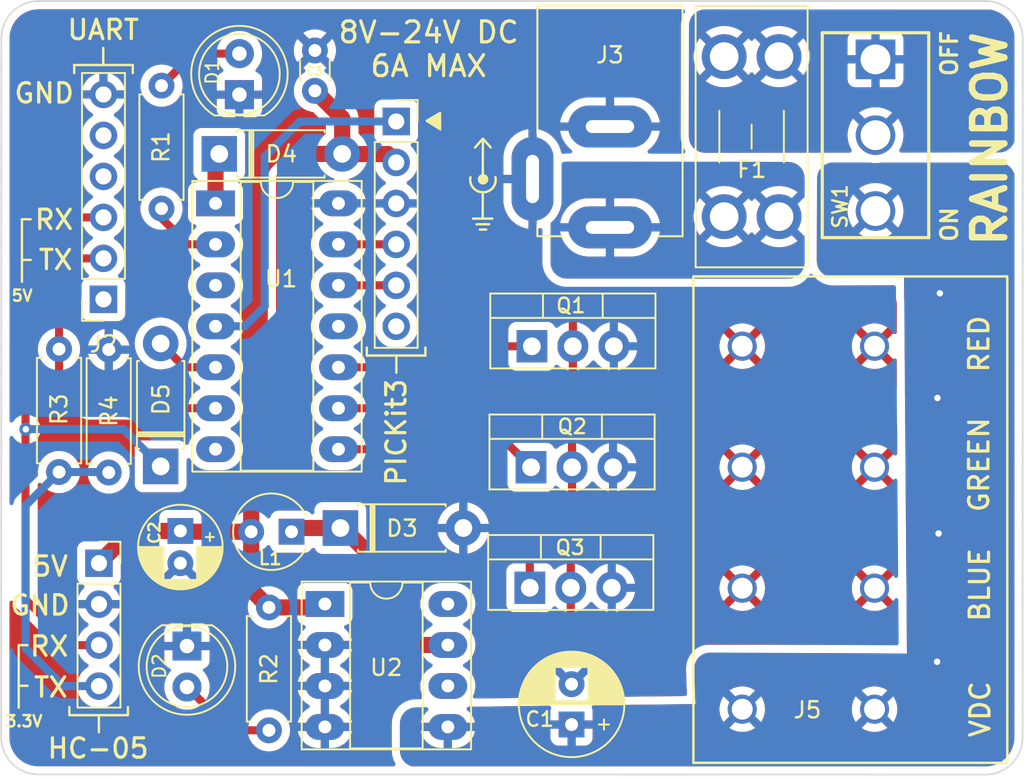
<source format=kicad_pcb>
(kicad_pcb (version 20211014) (generator pcbnew)
  (layers (0 "F.Cu" signal) (31 "B.Cu" signal) (34 "B.Paste" user) (35 "F.Paste" user) (36 "B.SilkS" user "B.Silkscreen") (37 "F.SilkS" user "F.Silkscreen") (38 "B.Mask" user) (39 "F.Mask" user) (44 "Edge.Cuts" user))
  (net 0 "")
  (net 1 "GNDREF")
  (net 2 "Net-(D1-Pad2)")
  (net 3 "+5V")
  (net 4 "ISCPDAT")
  (net 5 "ISCPCLK")
  (net 7 "VDC")
  (net 8 "TX")
  (net 9 "RX")
  (net 12 "RED")
  (net 13 "GREEN")
  (net 14 "BLUE")
  (net 15 "LED")
  (net 19 "Net-(F1-Pad1)")
  (net 20 "Net-(D2-Pad2)")
  (net 21 "Net-(D3-Pad1)")
  (net 23 "Net-(J4-Pad4)")
  (net 26 "Net-(F1-Pad2)")
  (net 27 "Net-(J5-Pad7)")
  (net 28 "Net-(J5-Pad3)")
  (net 29 "Net-(J5-Pad5)")
  (net 30 "MCLR")
  (net 31 "Net-(U1-Pad1)")
  (net 32 "Net-(U1-Pad5)")
  (footprint "Capacitor_THT:CP_Radial_D5.0mm_P2.00mm" (layer "F.Cu") (at 123.03 96.2 -90)
    (fp_text reference "C2" (at 0.115113 1.61 90) (layer "F.SilkS") (effects (font (size 0.7 0.7))))
    (fp_text value "220uF")
    (pad "1" thru_hole rect (at 0 0 270) (size 1.6 1.6) (drill 0.8) (layers *.Cu *.Mask) (net 3 "+5V"))
    (pad "2" thru_hole circle (at 2 0 270) (size 1.6 1.6) (drill 0.8) (layers *.Cu *.Mask) (net 1 "GNDREF"))
  )
  (footprint "Capacitor_THT:CP_Radial_Tantal_D4.5mm_P2.50mm" (layer "F.Cu") (at 129.92 96.25 180)
    (fp_text reference "L1" (at 1.32 -1.65 180) (layer "F.SilkS") (effects (font (size 0.8 0.8))))
    (fp_text value "100uH")
    (pad "1" thru_hole rect (at 0 0 180) (size 1.6 1.6) (drill 0.8) (layers *.Cu *.Mask) (net 21 "Net-(D3-Pad1)"))
    (pad "2" thru_hole circle (at 2.5 0 180) (size 1.6 1.6) (drill 0.8) (layers *.Cu *.Mask) (net 3 "+5V"))
  )
  (footprint "Fuse:Fuseholder_Blade_Mini_Keystone_3568" (layer "F.Cu") (at 156.74 76.72 90)
    (fp_text reference "F1" (at 2.92 1.71 180) (layer "F.SilkS"))
    (fp_text value "FUSE")
    (pad "1" thru_hole circle (at 0 0 90) (size 2.78 2.78) (drill 1.78) (layers *.Cu *.Mask) (net 19 "Net-(F1-Pad1)"))
    (pad "1" thru_hole circle (at 0 3.4 90) (size 2.78 2.78) (drill 1.78) (layers *.Cu *.Mask) (net 19 "Net-(F1-Pad1)"))
    (pad "2" thru_hole circle (at 9.92 3.4 90) (size 2.78 2.78) (drill 1.78) (layers *.Cu *.Mask) (net 26 "Net-(F1-Pad2)"))
    (pad "2" thru_hole circle (at 9.92 0 90) (size 2.78 2.78) (drill 1.78) (layers *.Cu *.Mask) (net 26 "Net-(F1-Pad2)"))
  )
  (footprint "CK_Switch:CK_Switch" (layer "F.Cu") (at 166.12 71.67)
    (fp_text reference "SW1" (at -2.2 4.42 270) (layer "F.SilkS") (effects (font (size 0.9 0.9))))
    (fp_text value "SWITCH")
    (pad "1" thru_hole rect (at 0 -4.7) (size 2.45 2.45) (drill 1.85) (layers *.Cu *.Mask) (net 26 "Net-(F1-Pad2)"))
    (pad "2" thru_hole circle (at 0 0) (size 2.45 2.45) (drill 1.85) (layers *.Cu *.Mask) (net 26 "Net-(F1-Pad2)"))
    (pad "3" thru_hole circle (at 0 4.7) (size 2.45 2.45) (drill 1.85) (layers *.Cu *.Mask) (net 7 "VDC"))
  )
  (footprint "Capacitor_THT:C_Disc_D3.0mm_W1.6mm_P2.50mm" (layer "F.Cu") (at 131.37 68.92 90)
    (fp_text reference "C3" (at 1.22 -0.03) (layer "F.SilkS") (effects (font (size 0.5 0.5) (thickness 0.1))))
    (fp_text value "0.1uF")
    (pad "1" thru_hole circle (at 0 0 90) (size 1.6 1.6) (drill 0.8) (layers *.Cu *.Mask) (net 3 "+5V"))
    (pad "2" thru_hole circle (at 2.5 0 90) (size 1.6 1.6) (drill 0.8) (layers *.Cu *.Mask) (net 1 "GNDREF"))
  )
  (footprint "Resistor_THT:R_Axial_DIN0207_L6.3mm_D2.5mm_P7.62mm_Horizontal" (layer "F.Cu") (at 118.59 92.58 90)
    (fp_text reference "R4" (at 3.81 0.02 90) (layer "F.SilkS"))
    (fp_text value "2K")
    (pad "1" thru_hole circle (at 0 0 90) (size 1.6 1.6) (drill 0.8) (layers *.Cu *.Mask) (net 23 "Net-(J4-Pad4)"))
    (pad "2" thru_hole oval (at 7.62 0 90) (size 1.6 1.6) (drill 0.8) (layers *.Cu *.Mask) (net 1 "GNDREF"))
  )
  (footprint "Rainbow:Wago" (layer "F.Cu") (at 157.8588 107.249999 90)
    (fp_text reference "J5" (at -0.050001 4.0412 unlocked) (layer "F.SilkS"))
    (fp_text value "RGB")
    (pad "1" thru_hole circle (at 0 0 90) (size 1.8034 1.8034) (drill 1.2954) (layers *.Cu *.Mask) (net 7 "VDC"))
    (pad "2" thru_hole circle (at 0 8.199999 90) (size 1.8034 1.8034) (drill 1.2954) (layers *.Cu *.Mask) (net 7 "VDC"))
    (pad "3" thru_hole circle (at 7.5 0 90) (size 1.8034 1.8034) (drill 1.2954) (layers *.Cu *.Mask) (net 28 "Net-(J5-Pad3)"))
    (pad "4" thru_hole circle (at 7.5 8.199999 90) (size 1.8034 1.8034) (drill 1.2954) (layers *.Cu *.Mask) (net 28 "Net-(J5-Pad3)"))
    (pad "5" thru_hole circle (at 15 0 90) (size 1.8034 1.8034) (drill 1.2954) (layers *.Cu *.Mask) (net 29 "Net-(J5-Pad5)"))
    (pad "6" thru_hole circle (at 15 8.199999 90) (size 1.8034 1.8034) (drill 1.2954) (layers *.Cu *.Mask) (net 29 "Net-(J5-Pad5)"))
    (pad "7" thru_hole circle (at 22.5 0 90) (size 1.8034 1.8034) (drill 1.2954) (layers *.Cu *.Mask) (net 27 "Net-(J5-Pad7)"))
    (pad "8" thru_hole circle (at 22.5 8.199999 90) (size 1.8034 1.8034) (drill 1.2954) (layers *.Cu *.Mask) (net 27 "Net-(J5-Pad7)"))
  )
  (footprint "Package_TO_SOT_THT:TO-220-3_Vertical" (layer "F.Cu") (at 144.77 92.255)
    (fp_text reference "Q2" (at 2.55 -2.525) (layer "F.SilkS") (effects (font (size 0.9 0.9))))
    (fp_text value "Q_NMOS_GDS")
    (pad "1" thru_hole rect (at 0 0) (size 1.905 2) (drill 1.1) (layers *.Cu *.Mask) (net 13 "GREEN"))
    (pad "2" thru_hole oval (at 2.54 0) (size 1.905 2) (drill 1.1) (layers *.Cu *.Mask) (net 29 "Net-(J5-Pad5)"))
    (pad "3" thru_hole oval (at 5.08 0) (size 1.905 2) (drill 1.1) (layers *.Cu *.Mask) (net 1 "GNDREF"))
  )
  (footprint "Connector_PinSocket_2.54mm:PinSocket_1x06_P2.54mm_Vertical" (layer "F.Cu") (at 136.41 70.82)
    (fp_text reference "J1" hide)
    (fp_text value "PICKit3")
    (pad "1" thru_hole rect (at 0 0) (size 1.7 1.7) (drill 1) (layers *.Cu *.Mask) (net 30 "MCLR"))
    (pad "2" thru_hole oval (at 0 2.54) (size 1.7 1.7) (drill 1) (layers *.Cu *.Mask) (net 3 "+5V"))
    (pad "3" thru_hole oval (at 0 5.08) (size 1.7 1.7) (drill 1) (layers *.Cu *.Mask) (net 1 "GNDREF"))
    (pad "4" thru_hole oval (at 0 7.62) (size 1.7 1.7) (drill 1) (layers *.Cu *.Mask) (net 4 "ISCPDAT"))
    (pad "5" thru_hole oval (at 0 10.16) (size 1.7 1.7) (drill 1) (layers *.Cu *.Mask) (net 5 "ISCPCLK"))
    (pad "6" thru_hole oval (at 0 12.7) (size 1.7 1.7) (drill 1) (layers *.Cu *.Mask))
  )
  (footprint "Connector_PinSocket_2.54mm:PinSocket_1x04_P2.54mm_Vertical" (layer "F.Cu") (at 117.985 98.2)
    (fp_text reference "J4" hide)
    (fp_text value "HC-05")
    (pad "1" thru_hole rect (at 0 0) (size 1.7 1.7) (drill 1) (layers *.Cu *.Mask) (net 3 "+5V"))
    (pad "2" thru_hole oval (at 0 2.54) (size 1.7 1.7) (drill 1) (layers *.Cu *.Mask) (net 1 "GNDREF"))
    (pad "3" thru_hole oval (at 0 5.08) (size 1.7 1.7) (drill 1) (layers *.Cu *.Mask) (net 9 "RX"))
    (pad "4" thru_hole oval (at 0 7.62) (size 1.7 1.7) (drill 1) (layers *.Cu *.Mask) (net 23 "Net-(J4-Pad4)"))
  )
  (footprint "LED_THT:LED_D5.0mm" (layer "F.Cu") (at 123.44 103.335 -90)
    (fp_text reference "D2" (at 1.245 1.71 90) (layer "F.SilkS") (effects (font (size 0.8 0.8) (thickness 0.125))))
    (fp_text value "LED")
    (pad "1" thru_hole rect (at 0 0 270) (size 1.8 1.8) (drill 0.9) (layers *.Cu *.Mask) (net 1 "GNDREF"))
    (pad "2" thru_hole circle (at 2.54 0 270) (size 1.8 1.8) (drill 0.9) (layers *.Cu *.Mask) (net 20 "Net-(D2-Pad2)"))
  )
  (footprint "Connector_PinSocket_2.54mm:PinSocket_1x06_P2.54mm_Vertical" (layer "F.Cu") (at 118.26344 81.845 180)
    (fp_text reference "J2" (at 0 -2.77 180) (layer "F.SilkS"))
    (fp_text value "UART")
    (pad "1" thru_hole rect (at 0 0 180) (size 1.7 1.7) (drill 1) (layers *.Cu *.Mask))
    (pad "2" thru_hole oval (at 0 2.54 180) (size 1.7 1.7) (drill 1) (layers *.Cu *.Mask) (net 8 "TX"))
    (pad "3" thru_hole oval (at 0 5.08 180) (size 1.7 1.7) (drill 1) (layers *.Cu *.Mask) (net 9 "RX"))
    (pad "4" thru_hole oval (at 0 7.62 180) (size 1.7 1.7) (drill 1) (layers *.Cu *.Mask))
    (pad "5" thru_hole oval (at 0 10.16 180) (size 1.7 1.7) (drill 1) (layers *.Cu *.Mask))
    (pad "6" thru_hole oval (at 0 12.7 180) (size 1.7 1.7) (drill 1) (layers *.Cu *.Mask) (net 1 "GNDREF"))
  )
  (footprint "LED_THT:LED_D5.0mm" (layer "F.Cu") (at 126.69 69.155 90)
    (fp_text reference "D1" (at 1.405 -1.68 90) (layer "F.SilkS") (effects (font (size 0.8 0.8) (thickness 0.125))))
    (fp_text value "LED")
    (pad "1" thru_hole rect (at 0 0 90) (size 1.8 1.8) (drill 0.9) (layers *.Cu *.Mask) (net 1 "GNDREF"))
    (pad "2" thru_hole circle (at 2.54 0 90) (size 1.8 1.8) (drill 0.9) (layers *.Cu *.Mask) (net 2 "Net-(D1-Pad2)"))
  )
  (footprint "Resistor_THT:R_Axial_DIN0207_L6.3mm_D2.5mm_P7.62mm_Horizontal" (layer "F.Cu") (at 128.52 100.94 -90)
    (fp_text reference "R2" (at 3.82 0 90) (layer "F.SilkS"))
    (fp_text value "270R")
    (pad "1" thru_hole circle (at 0 0 270) (size 1.6 1.6) (drill 0.8) (layers *.Cu *.Mask) (net 3 "+5V"))
    (pad "2" thru_hole oval (at 7.62 0 270) (size 1.6 1.6) (drill 0.8) (layers *.Cu *.Mask) (net 20 "Net-(D2-Pad2)"))
  )
  (footprint "Package_TO_SOT_THT:TO-220-3_Vertical" (layer "F.Cu") (at 144.69 99.725)
    (fp_text reference "Q3" (at 2.5 -2.5) (layer "F.SilkS") (effects (font (size 0.9 0.9))))
    (fp_text value "Q_NMOS_GDS")
    (pad "1" thru_hole rect (at 0 0) (size 1.905 2) (drill 1.1) (layers *.Cu *.Mask) (net 14 "BLUE"))
    (pad "2" thru_hole oval (at 2.54 0) (size 1.905 2) (drill 1.1) (layers *.Cu *.Mask) (net 28 "Net-(J5-Pad3)"))
    (pad "3" thru_hole oval (at 5.08 0) (size 1.905 2) (drill 1.1) (layers *.Cu *.Mask) (net 1 "GNDREF"))
  )
  (footprint "Capacitor_THT:CP_Radial_D6.3mm_P2.50mm" (layer "F.Cu") (at 147.28 108.20238 90)
    (fp_text reference "C1" (at 0.33238 -1.98) (layer "F.SilkS") (effects (font (size 0.9 0.9))))
    (fp_text value "47uF")
    (pad "1" thru_hole rect (at 0 0 90) (size 1.6 1.6) (drill 0.8) (layers *.Cu *.Mask) (net 7 "VDC"))
    (pad "2" thru_hole circle (at 2.5 0 90) (size 1.6 1.6) (drill 0.8) (layers *.Cu *.Mask) (net 1 "GNDREF"))
  )
  (footprint "Resistor_THT:R_Axial_DIN0207_L6.3mm_D2.5mm_P7.62mm_Horizontal" (layer "F.Cu") (at 121.86 76.22 90)
    (fp_text reference "R1" (at 3.81 -0.025 90) (layer "F.SilkS"))
    (fp_text value "270R")
    (pad "1" thru_hole circle (at 0 0 90) (size 1.6 1.6) (drill 0.8) (layers *.Cu *.Mask) (net 15 "LED"))
    (pad "2" thru_hole oval (at 7.62 0 90) (size 1.6 1.6) (drill 0.8) (layers *.Cu *.Mask) (net 2 "Net-(D1-Pad2)"))
  )
  (footprint "Diode_THT:D_DO-41_SOD81_P7.62mm_Horizontal" (layer "F.Cu") (at 132.95 96.02)
    (fp_text reference "D3" (at 3.82 0.02) (layer "F.SilkS"))
    (fp_text value "1N5819")
    (pad "1" thru_hole rect (at 0 0) (size 2.2 2.2) (drill 1.1) (layers *.Cu *.Mask) (net 21 "Net-(D3-Pad1)"))
    (pad "2" thru_hole oval (at 7.62 0) (size 2.2 2.2) (drill 1.1) (layers *.Cu *.Mask) (net 1 "GNDREF"))
  )
  (footprint "Resistor_THT:R_Axial_DIN0207_L6.3mm_D2.5mm_P7.62mm_Horizontal" (layer "F.Cu") (at 115.51 84.93 -90)
    (fp_text reference "R3" (at 3.73 0 90) (layer "F.SilkS"))
    (fp_text value "1K")
    (pad "1" thru_hole circle (at 0 0 270) (size 1.6 1.6) (drill 0.8) (layers *.Cu *.Mask) (net 8 "TX"))
    (pad "2" thru_hole oval (at 7.62 0 270) (size 1.6 1.6) (drill 0.8) (layers *.Cu *.Mask) (net 23 "Net-(J4-Pad4)"))
  )
  (footprint "Package_DIP:DIP-14_W7.62mm_Socket_LongPads" (layer "F.Cu") (at 125.21 75.895)
    (fp_text reference "U1" (at 4.06 4.685) (layer "F.SilkS"))
    (fp_text value "PIC16F15325")
    (pad "1" thru_hole rect (at 0 0) (size 2.4 1.6) (drill 0.8) (layers *.Cu *.Mask) (net 31 "Net-(U1-Pad1)"))
    (pad "2" thru_hole oval (at 0 2.54) (size 2.4 1.6) (drill 0.8) (layers *.Cu *.Mask) (net 15 "LED"))
    (pad "3" thru_hole oval (at 0 5.08) (size 2.4 1.6) (drill 0.8) (layers *.Cu *.Mask))
    (pad "4" thru_hole oval (at 0 7.62) (size 2.4 1.6) (drill 0.8) (layers *.Cu *.Mask) (net 30 "MCLR"))
    (pad "5" thru_hole oval (at 0 10.16) (size 2.4 1.6) (drill 0.8) (layers *.Cu *.Mask) (net 32 "Net-(U1-Pad5)"))
    (pad "6" thru_hole oval (at 0 12.7) (size 2.4 1.6) (drill 0.8) (layers *.Cu *.Mask) (net 8 "TX"))
    (pad "7" thru_hole oval (at 0 15.24) (size 2.4 1.6) (drill 0.8) (layers *.Cu *.Mask))
    (pad "8" thru_hole oval (at 7.62 15.24) (size 2.4 1.6) (drill 0.8) (layers *.Cu *.Mask) (net 14 "BLUE"))
    (pad "9" thru_hole oval (at 7.62 12.7) (size 2.4 1.6) (drill 0.8) (layers *.Cu *.Mask) (net 13 "GREEN"))
    (pad "10" thru_hole oval (at 7.62 10.16) (size 2.4 1.6) (drill 0.8) (layers *.Cu *.Mask) (net 12 "RED"))
    (pad "11" thru_hole oval (at 7.62 7.62) (size 2.4 1.6) (drill 0.8) (layers *.Cu *.Mask))
    (pad "12" thru_hole oval (at 7.62 5.08) (size 2.4 1.6) (drill 0.8) (layers *.Cu *.Mask) (net 5 "ISCPCLK"))
    (pad "13" thru_hole oval (at 7.62 2.54) (size 2.4 1.6) (drill 0.8) (layers *.Cu *.Mask) (net 4 "ISCPDAT"))
    (pad "14" thru_hole oval (at 7.62 0) (size 2.4 1.6) (drill 0.8) (layers *.Cu *.Mask) (net 1 "GNDREF"))
  )
  (footprint "Rainbow:Barrel_Jack" (layer "F.Cu") (at 149.66 63.635 -90)
    (fp_text reference "J3" (at 3.065 0 180) (layer "F.SilkS"))
    (fp_text value "BARREL_JACK")
    (pad "1" thru_hole oval (at 13.75 0 270) (size 2.6 5.2) (drill oval 0.8 3) (layers *.Cu *.Mask) (net 19 "Net-(F1-Pad1)"))
    (pad "2" thru_hole oval (at 7.5 0 270) (size 2.6 5.2) (drill oval 0.8 3) (layers *.Cu *.Mask) (net 1 "GNDREF"))
    (pad "3" thru_hole oval (at 10.75 4.8 270) (size 5.2 2.6) (drill oval 3 0.8) (layers *.Cu *.Mask) (net 1 "GNDREF"))
  )
  (footprint "Diode_THT:D_DO-41_SOD81_P7.62mm_Horizontal" (layer "F.Cu") (at 125.44 72.83)
    (fp_text reference "D4" (at 3.85 0.01) (layer "F.SilkS"))
    (fp_text value "1N5819")
    (pad "1" thru_hole rect (at 0 0) (size 2.2 2.2) (drill 1.1) (layers *.Cu *.Mask) (net 31 "Net-(U1-Pad1)"))
    (pad "2" thru_hole oval (at 7.62 0) (size 2.2 2.2) (drill 1.1) (layers *.Cu *.Mask) (net 3 "+5V"))
  )
  (footprint "Package_TO_SOT_THT:TO-220-3_Vertical" (layer "F.Cu") (at 144.82 84.755)
    (fp_text reference "Q1" (at 2.415 -2.52) (layer "F.SilkS") (effects (font (size 0.9 0.9))))
    (fp_text value "Q_NMOS_GDS")
    (pad "1" thru_hole rect (at 0 0) (size 1.905 2) (drill 1.1) (layers *.Cu *.Mask) (net 12 "RED"))
    (pad "2" thru_hole oval (at 2.54 0) (size 1.905 2) (drill 1.1) (layers *.Cu *.Mask) (net 27 "Net-(J5-Pad7)"))
    (pad "3" thru_hole oval (at 5.08 0) (size 1.905 2) (drill 1.1) (layers *.Cu *.Mask) (net 1 "GNDREF"))
  )
  (footprint "Package_DIP:DIP-8_W7.62mm_Socket_LongPads" (layer "F.Cu") (at 131.99 100.73)
    (fp_text reference "U2" (at 3.8 3.94) (layer "F.SilkS"))
    (fp_text value "MIC4574-5.0YN")
    (pad "1" thru_hole rect (at 0 0) (size 2.4 1.6) (drill 0.8) (layers *.Cu *.Mask) (net 3 "+5V"))
    (pad "2" thru_hole oval (at 0 2.54) (size 2.4 1.6) (drill 0.8) (layers *.Cu *.Mask) (net 1 "GNDREF"))
    (pad "3" thru_hole oval (at 0 5.08) (size 2.4 1.6) (drill 0.8) (layers *.Cu *.Mask) (net 1 "GNDREF"))
    (pad "4" thru_hole oval (at 0 7.62) (size 2.4 1.6) (drill 0.8) (layers *.Cu *.Mask) (net 1 "GNDREF"))
    (pad "5" thru_hole oval (at 7.62 7.62) (size 2.4 1.6) (drill 0.8) (layers *.Cu *.Mask) (net 7 "VDC"))
    (pad "6" thru_hole oval (at 7.62 5.08) (size 2.4 1.6) (drill 0.8) (layers *.Cu *.Mask))
    (pad "7" thru_hole oval (at 7.62 2.54) (size 2.4 1.6) (drill 0.8) (layers *.Cu *.Mask) (net 21 "Net-(D3-Pad1)"))
    (pad "8" thru_hole oval (at 7.62 0) (size 2.4 1.6) (drill 0.8) (layers *.Cu *.Mask))
  )
  (footprint "Diode_THT:D_DO-41_SOD81_P7.62mm_Horizontal" (layer "F.Cu") (at 121.81 92.2 90)
    (fp_text reference "D5" (at 4.15 0.02 90) (layer "F.SilkS"))
    (fp_text value "1N5819")
    (pad "1" thru_hole rect (at 0 0 90) (size 2.2 2.2) (drill 1.1) (layers *.Cu *.Mask) (net 9 "RX"))
    (pad "2" thru_hole oval (at 7.62 0 90) (size 2.2 2.2) (drill 1.1) (layers *.Cu *.Mask) (net 32 "Net-(U1-Pad5)"))
  )
  (gr_line (start 141.168687 76.840556) (end 142.371313 76.839445) (layer "F.SilkS") (width 0.15))
  (gr_line (start 120.07 67.32) (end 118.26 67.32) (layer "F.SilkS") (width 0.15))
  (gr_line (start 141.392235 77.189723) (end 142.170391 77.189445) (layer "F.SilkS") (width 0.15))
  (gr_line (start 113.555 105.8) (end 113.02 105.8) (layer "F.SilkS") (width 0.15))
  (gr_line (start 116.16 107.62) (end 117.97 107.62) (layer "F.SilkS") (width 0.15))
  (gr_arc (start 142.56 74.27) (mid 142.40321 74.920468) (end 141.8 75.21) (layer "F.SilkS") (width 0.15))
  (gr_arc (start 141.775934 75.204747) (mid 141.175109 74.922818) (end 141.01 74.28) (layer "F.SilkS") (width 0.15))
  (gr_line (start 116.45 67.32) (end 116.45 67.82) (layer "F.SilkS") (width 0.15))
  (gr_line (start 141.782361 71.9) (end 141.775934 74.404747) (layer "F.SilkS") (width 0.15))
  (gr_line (start 113.75 76.88) (end 113.21 76.88) (layer "F.SilkS") (width 0.15))
  (gr_line (start 113.55 103.28) (end 113.01 103.28) (layer "F.SilkS") (width 0.15))
  (gr_line (start 141.775934 75.204747) (end 141.77 76.84) (layer "F.SilkS") (width 0.15))
  (gr_line (start 118.25 67.32) (end 118.25 66.26) (layer "F.SilkS") (width 0.15))
  (gr_line (start 120.08 67.32) (end 120.08 67.82) (layer "F.SilkS") (width 0.15))
  (gr_line (start 136.42 85.33) (end 136.42 86.39) (layer "F.SilkS") (width 0.15))
  (gr_poly (pts (xy 139.125 70.29344) (xy 139.125 71.29344) (xy 138.3 70.78)) (layer "F.SilkS") (width 0.15) (fill solid))
  (gr_line (start 118.26 67.32) (end 116.45 67.32) (layer "F.SilkS") (width 0.15))
  (gr_line (start 113.01 107.16) (end 113.01 103.28) (layer "F.SilkS") (width 0.15))
  (gr_line (start 117.98 107.62) (end 117.98 108.68) (layer "F.SilkS") (width 0.15))
  (gr_line (start 134.6 85.33) (end 136.41 85.33) (layer "F.SilkS") (width 0.15))
  (gr_line (start 113.755 79.4) (end 113.22 79.4) (layer "F.SilkS") (width 0.15))
  (gr_circle (center 141.793246 74.404747) (end 141.775934 74.654747) (layer "F.SilkS") (width 0.15) (fill solid))
  (gr_line (start 141.594274 77.519723) (end 141.988353 77.519167) (layer "F.SilkS") (width 0.15))
  (gr_line (start 117.97 107.62) (end 119.78 107.62) (layer "F.SilkS") (width 0.15))
  (gr_line (start 136.41 85.33) (end 138.22 85.33) (layer "F.SilkS") (width 0.15))
  (gr_line (start 113.21 80.76) (end 113.21 76.88) (layer "F.SilkS") (width 0.15))
  (gr_line (start 138.22 85.33) (end 138.22 84.83) (layer "F.SilkS") (width 0.15))
  (gr_line (start 141.785278 71.890001) (end 142.27 72.430438) (layer "F.SilkS") (width 0.15))
  (gr_line (start 116.15 107.62) (end 116.15 107.12) (layer "F.SilkS") (width 0.15))
  (gr_line (start 141.297639 72.430219) (end 141.782361 71.889782) (layer "F.SilkS") (width 0.15))
  (gr_line (start 119.78 107.62) (end 119.78 107.12) (layer "F.SilkS") (width 0.15))
  (gr_line (start 134.59 85.33) (end 134.59 84.83) (layer "F.SilkS") (width 0.15))
  (gr_line (start 175.234792 108.977509) (end 175.242509 65.655208) (layer "Edge.Cuts") (width 0.1))
  (gr_arc (start 114.252491 111.294792) (mid 112.61 110.63) (end 111.927491 108.994792) (layer "Edge.Cuts") (width 0.1))
  (gr_arc (start 111.935208 65.682491) (mid 112.6 64.04) (end 114.235208 63.357491) (layer "Edge.Cuts") (width 0.1))
  (gr_line (start 114.252491 111.294792) (end 172.934792 111.302509) (layer "Edge.Cuts") (width 0.1))
  (gr_arc (start 172.917509 63.355208) (mid 174.56 64.02) (end 175.242509 65.655208) (layer "Edge.Cuts") (width 0.1))
  (gr_line (start 111.935208 65.682491) (end 111.927491 108.994792) (layer "Edge.Cuts") (width 0.1))
  (gr_arc (start 175.234792 108.977509) (mid 174.57 110.62) (end 172.934792 111.302509) (layer "Edge.Cuts") (width 0.1))
  (gr_line (start 172.917509 63.355208) (end 114.235208 63.357491) (layer "Edge.Cuts") (width 0.1))
  (gr_text "GND" (at 114.33 100.81) (layer "F.SilkS") (effects (font (size 1.2 1.2) (thickness 0.2))))
  (gr_text "RX" (at 115.2 76.91) (layer "F.SilkS") (effects (font (size 1.2 1.2) (thickness 0.2))))
  (gr_text "GND" (at 114.59 69.07) (layer "F.SilkS") (effects (font (size 1.2 1.2) (thickness 0.2))))
  (gr_text "PICKit3" (at 136.41 90.08 90) (layer "F.SilkS") (effects (font (size 1.2 1.2) (thickness 0.2))))
  (gr_text "BLUE" (at 172.58 99.54 90) (layer "F.SilkS") (effects (font (size 1.2 1.2) (thickness 0.2))))
  (gr_text "3.3V" (at 113.33 108) (layer "F.SilkS") (effects (font (size 0.7 0.7))))
  (gr_text "RAINBOW" (at 173.2 71.9 90) (layer "F.SilkS") (effects (font (size 2 2) (thickness 0.4))))
  (gr_text "GREEN" (at 172.54 92.1 90) (layer "F.SilkS") (effects (font (size 1.2 1.2) (thickness 0.2))))
  (gr_text "UART" (at 118.25 65.14) (layer "F.SilkS") (effects (font (size 1.2 1.2) (thickness 0.2))))
  (gr_text "RX" (at 114.9 103.36) (layer "F.SilkS") (effects (font (size 1.2 1.2) (thickness 0.2))))
  (gr_text "5V" (at 114.96 98.4) (layer "F.SilkS") (effects (font (size 1.2 1.2) (thickness 0.2))))
  (gr_text "8V-24V DC\n6A MAX" (at 138.42 66.34) (layer "F.SilkS") (effects (font (size 1.3 1.3) (thickness 0.2))))
  (gr_text "TX" (at 115 105.9) (layer "F.SilkS") (effects (font (size 1.2 1.2) (thickness 0.2))))
  (gr_text "HC-05" (at 117.93 109.68) (layer "F.SilkS") (effects (font (size 1.2 1.2) (thickness 0.2))))
  (gr_text "VDC" (at 172.61 107.25 90) (layer "F.SilkS") (effects (font (size 1.2 1.2) (thickness 0.2))))
  (gr_text "TX" (at 115.3 79.4) (layer "F.SilkS") (effects (font (size 1.2 1.2) (thickness 0.2))))
  (gr_text "RED" (at 172.54 84.61 90) (layer "F.SilkS") (effects (font (size 1.2 1.2) (thickness 0.2))))
  (gr_text "5V" (at 113.22 81.62) (layer "F.SilkS") (effects (font (size 0.7 0.7))))
  (gr_text "OFF" (at 170.7 66.6 90) (layer "F.SilkS") (effects (font (size 1 1) (thickness 0.2))))
  (gr_text "ON" (at 170.7 77.2 90) (layer "F.SilkS") (effects (font (size 1 1) (thickness 0.2))))
  (segment (start 126.69 66.615) (end 123.845 66.615) (width 0.5) (layer "F.Cu") (net 2))
  (segment (start 123.845 66.615) (end 121.86 68.6) (width 0.5) (layer "F.Cu") (net 2))
  (segment (start 127.42 99.84) (end 128.52 100.94) (width 1) (layer "F.Cu") (net 3))
  (segment (start 133.06 72.83) (end 130.98 72.83) (width 1) (layer "F.Cu") (net 3))
  (segment (start 133.06 70.61) (end 131.37 68.92) (width 1) (layer "F.Cu") (net 3))
  (segment (start 133.06 72.83) (end 133.07 72.84) (width 1) (layer "F.Cu") (net 3))
  (segment (start 123.03 96.2) (end 119.985 96.2) (width 1) (layer "F.Cu") (net 3))
  (segment (start 127.42 97.68) (end 127.42 99.84) (width 1) (layer "F.Cu") (net 3))
  (segment (start 127.42 94.09) (end 127.42 96.25) (width 1) (layer "F.Cu") (net 3))
  (segment (start 129.46 92.05) (end 127.42 94.09) (width 1) (layer "F.Cu") (net 3))
  (segment (start 133.06 72.83) (end 133.06 70.61) (width 1) (layer "F.Cu") (net 3))
  (segment (start 127.42 96.25) (end 123.08 96.25) (width 1) (layer "F.Cu") (net 3))
  (segment (start 135.89 72.84) (end 136.41 73.36) (width 1) (layer "F.Cu") (net 3))
  (segment (start 123.08 96.25) (end 123.03 96.2) (width 1) (layer "F.Cu") (net 3))
  (segment (start 119.985 96.2) (end 117.985 98.2) (width 1) (layer "F.Cu") (net 3))
  (segment (start 127.42 96.25) (end 127.42 97.68) (width 1) (layer "F.Cu") (net 3))
  (segment (start 129.46 74.35) (end 129.46 92.05) (width 1) (layer "F.Cu") (net 3))
  (segment (start 130.98 72.83) (end 129.46 74.35) (width 1) (layer "F.Cu") (net 3))
  (segment (start 133.07 72.84) (end 135.89 72.84) (width 1) (layer "F.Cu") (net 3))
  (segment (start 127.42 97.68) (end 127.29 97.81) (width 1) (layer "F.Cu") (net 3))
  (segment (start 128.52 100.94) (end 131.78 100.94) (width 1) (layer "F.Cu") (net 3))
  (segment (start 132.83 78.435) (end 136.405 78.435) (width 0.5) (layer "F.Cu") (net 4))
  (segment (start 132.83 80.975) (end 136.405 80.975) (width 0.5) (layer "F.Cu") (net 5))
  (via (at 169.96 87.96) (size 0.8) (drill 0.4) (layers "F.Cu" "B.Cu") (net 7))
  (via (at 170.11 81.47) (size 0.8) (drill 0.4) (layers "F.Cu" "B.Cu") (net 7))
  (via (at 170.03 96.36) (size 0.8) (drill 0.4) (layers "F.Cu" "B.Cu") (net 7))
  (via (at 169.94 104.31) (size 0.8) (drill 0.4) (layers "F.Cu" "B.Cu") (net 7))
  (segment (start 115.51 84.93) (end 115.51 80.72) (width 0.5) (layer "F.Cu") (net 8))
  (segment (start 115.51 80.72) (end 116.925 79.305) (width 0.5) (layer "F.Cu") (net 8))
  (segment (start 122.235 88.555) (end 122.22 88.54) (width 0.5) (layer "F.Cu") (net 8))
  (segment (start 122.22 88.54) (end 117.38 88.54) (width 0.5) (layer "F.Cu") (net 8))
  (segment (start 117.38 88.54) (end 115.51 86.67) (width 0.5) (layer "F.Cu") (net 8))
  (segment (start 125.21 88.595) (end 122.235 88.595) (width 0.5) (layer "F.Cu") (net 8))
  (segment (start 122.235 88.595) (end 122.235 88.555) (width 0.5) (layer "F.Cu") (net 8))
  (segment (start 116.925 79.305) (end 118.26344 79.305) (width 0.5) (layer "F.Cu") (net 8))
  (segment (start 115.51 86.67) (end 115.51 84.93) (width 0.5) (layer "F.Cu") (net 8))
  (segment (start 116.26 103.28) (end 113.43 100.45) (width 0.5) (layer "F.Cu") (net 9))
  (segment (start 116.195 76.765) (end 118.26344 76.765) (width 0.5) (layer "F.Cu") (net 9))
  (segment (start 113.43 79.53) (end 116.195 76.765) (width 0.5) (layer "F.Cu") (net 9))
  (segment (start 117.985 103.28) (end 116.26 103.28) (width 0.5) (layer "F.Cu") (net 9))
  (segment (start 113.43 100.45) (end 113.43 79.53) (width 0.5) (layer "F.Cu") (net 9))
  (segment (start 121.81 92.2) (end 121.7 92.2) (width 0.5) (layer "F.Cu") (net 9))
  (via (at 113.45 89.9) (size 0.8) (drill 0.4) (layers "F.Cu" "B.Cu") (net 9))
  (segment (start 113.46 89.89) (end 119.5 89.89) (width 0.5) (layer "B.Cu") (net 9))
  (segment (start 119.5 89.89) (end 121.81 92.2) (width 0.5) (layer "B.Cu") (net 9))
  (segment (start 113.45 89.9) (end 113.46 89.89) (width 0.5) (layer "B.Cu") (net 9))
  (segment (start 141.125 86.055) (end 142.425 84.755) (width 0.5) (layer "F.Cu") (net 12))
  (segment (start 142.425 84.755) (end 144.82 84.755) (width 0.5) (layer "F.Cu") (net 12))
  (segment (start 132.83 86.055) (end 141.125 86.055) (width 0.5) (layer "F.Cu") (net 12))
  (segment (start 132.83 88.595) (end 141.11 88.595) (width 0.5) (layer "F.Cu") (net 13))
  (segment (start 141.11 88.595) (end 144.77 92.255) (width 0.5) (layer "F.Cu") (net 13))
  (segment (start 132.83 91.135) (end 139.765 91.135) (width 0.5) (layer "F.Cu") (net 14))
  (segment (start 144.69 96.06) (end 144.69 99.725) (width 0.5) (layer "F.Cu") (net 14))
  (segment (start 139.765 91.135) (end 144.69 96.06) (width 0.5) (layer "F.Cu") (net 14))
  (segment (start 125.21 78.435) (end 123.485 78.435) (width 0.5) (layer "F.Cu") (net 15))
  (segment (start 123.485 78.435) (end 121.86 76.81) (width 0.5) (layer "F.Cu") (net 15))
  (segment (start 121.86 76.81) (end 121.86 76.25) (width 0.5) (layer "F.Cu") (net 15))
  (segment (start 123.445 105.875) (end 123.44 105.875) (width 0.5) (layer "F.Cu") (net 20))
  (segment (start 128.52 108.56) (end 126.13 108.56) (width 0.5) (layer "F.Cu") (net 20))
  (segment (start 126.13 108.56) (end 123.445 105.875) (width 0.5) (layer "F.Cu") (net 20))
  (segment (start 137.38 103.27) (end 139.61 103.27) (width 1) (layer "F.Cu") (net 21))
  (segment (start 135.82 98.73) (end 135.82 101.71) (width 1) (layer "F.Cu") (net 21))
  (segment (start 135.82 101.71) (end 137.38 103.27) (width 1) (layer "F.Cu") (net 21))
  (segment (start 133.09 96) (end 135.82 98.73) (width 1) (layer "F.Cu") (net 21))
  (segment (start 132.95 96.02) (end 130.15 96.02) (width 1) (layer "F.Cu") (net 21))
  (segment (start 115.54 92.58) (end 115.51 92.55) (width 0.5) (layer "F.Cu") (net 23))
  (segment (start 113.44 94.62) (end 113.44 103.48) (width 0.5) (layer "B.Cu") (net 23))
  (segment (start 115.78 105.82) (end 117.985 105.82) (width 0.5) (layer "B.Cu") (net 23))
  (segment (start 115.51 92.55) (end 113.44 94.62) (width 0.5) (layer "B.Cu") (net 23))
  (segment (start 118.56 92.55) (end 118.59 92.58) (width 0.5) (layer "B.Cu") (net 23))
  (segment (start 115.51 92.55) (end 118.56 92.55) (width 0.5) (layer "B.Cu") (net 23))
  (segment (start 113.44 103.48) (end 115.78 105.82) (width 0.5) (layer "B.Cu") (net 23))
  (segment (start 128.26 82.28) (end 127.025 83.515) (width 0.5) (layer "B.Cu") (net 30))
  (segment (start 136.41 70.82) (end 130.44 70.82) (width 0.5) (layer "B.Cu") (net 30))
  (segment (start 128.26 73) (end 128.26 82.28) (width 0.5) (layer "B.Cu") (net 30))
  (segment (start 127.025 83.515) (end 125.21 83.515) (width 0.5) (layer "B.Cu") (net 30))
  (segment (start 130.44 70.82) (end 128.26 73) (width 0.5) (layer "B.Cu") (net 30))
  (segment (start 125.21 73.06) (end 125.44 72.83) (width 1) (layer "F.Cu") (net 31))
  (segment (start 125.21 75.895) (end 125.21 73.06) (width 1) (layer "F.Cu") (net 31))
  (segment (start 123.285 86.055) (end 121.81 84.58) (width 0.5) (layer "F.Cu") (net 32))
  (segment (start 125.21 86.055) (end 123.285 86.055) (width 0.5) (layer "F.Cu") (net 32))
  (zone (net 28) (net_name "Net-(J5-Pad3)") (layer "F.Cu") (priority 2) (connect_pads (clearance 0.508)) (min_thickness 0.254) (fill yes (thermal_gap 0.508) (thermal_bridge_width 0.508) (smoothing fillet) (radius 1))
    (polygon (pts (xy 167.512222 96.399078) (xy 167.510967 103.259972) (xy 146.020965 103.259781) (xy 146.03222 96.378887)))
  )
  (zone (net 19) (net_name "Net-(F1-Pad1)") (layers F&B.Cu) (priority 1) (connect_pads (clearance 0.508)) (min_thickness 0.254) (fill yes (thermal_gap 0.508) (thermal_bridge_width 0.508) (smoothing fillet) (radius 1))
    (polygon (pts (xy 161.724912 73.329674) (xy 161.723294 80.559017) (xy 145.976494 80.559993) (xy 145.988112 73.31065)))
  )
  (zone (net 29) (net_name "Net-(J5-Pad5)") (layer "F.Cu") (priority 3) (connect_pads (clearance 0.508)) (min_thickness 0.254) (fill yes (thermal_gap 0.508) (thermal_bridge_width 0.508) (smoothing fillet) (radius 1))
    (polygon (pts (xy 167.462627 88.669098) (xy 167.461089 95.829982) (xy 145.950941 95.829783) (xy 145.962479 88.648899)))
  )
  (zone (net 27) (net_name "Net-(J5-Pad7)") (layer "F.Cu") (priority 4) (connect_pads (clearance 0.508)) (min_thickness 0.254) (fill yes (thermal_gap 0.508) (thermal_bridge_width 0.508) (smoothing fillet) (radius 1))
    (polygon (pts (xy 167.4425 81.149071) (xy 167.440962 88.309955) (xy 146.000949 88.309772) (xy 146.012487 81.128888)))
  )
  (zone (net 1) (net_name "GNDREF") (layers F&B.Cu) (connect_pads (clearance 0.508)) (min_thickness 0.254) (fill yes (thermal_gap 0.508) (thermal_bridge_width 0.508) (smoothing fillet) (radius 1))
    (polygon (pts (xy 175.34 111.43) (xy 111.91 111.32) (xy 111.85 63.29) (xy 175.34 63.32)))
  )
  (zone (net 26) (net_name "Net-(F1-Pad2)") (layers F&B.Cu) (priority 1) (connect_pads (clearance 0.508)) (min_thickness 0.254) (fill yes (thermal_gap 0.508) (thermal_bridge_width 0.508) (smoothing fillet) (radius 1))
    (polygon (pts (xy 174.797977 63.893333) (xy 174.778327 72.73999) (xy 154.546317 72.760397) (xy 154.559848 63.873711)))
  )
  (zone (net 7) (net_name "VDC") (layers F&B.Cu) (priority 1) (connect_pads (clearance 0.508)) (min_thickness 0.254) (fill yes (thermal_gap 0.508) (thermal_bridge_width 0.508) (smoothing fillet) (radius 1))
    (polygon (pts (xy 174.759866 73.366315) (xy 174.949744 111.053021) (xy 168.108103 111.10673) (xy 136.64 110.82) (xy 136.64 107.15) (xy 154.960755 106.933473) (xy 154.840755 103.733473) (xy 168.07 103.8) (xy 167.889564 80.454729) (xy 162.475901 80.475136) (xy 162.500096 73.360402)))
  )
)
</source>
